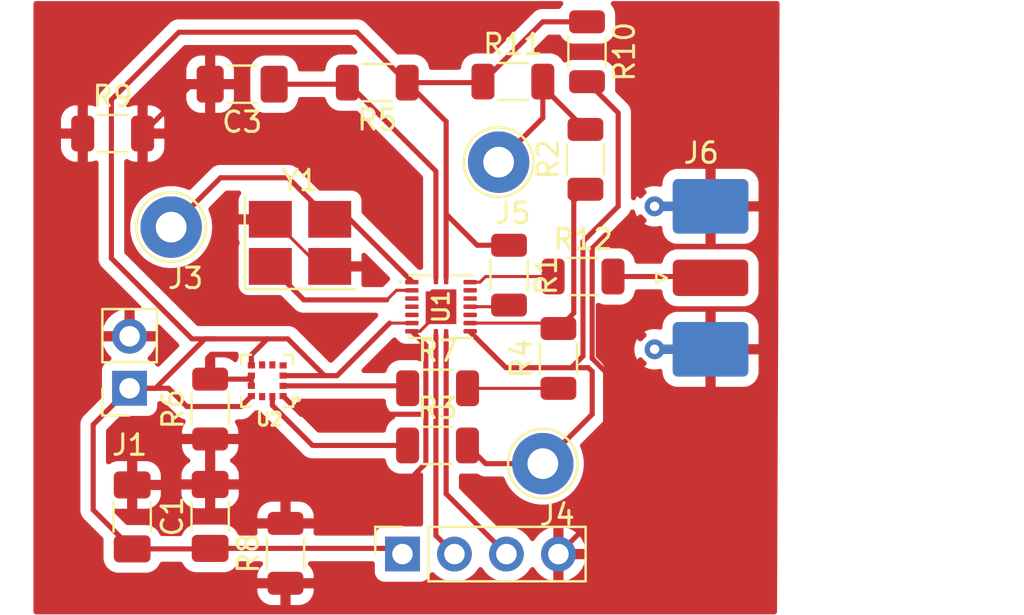
<source format=kicad_pcb>
(kicad_pcb (version 20241229) (generator "pcbnew") (generator_version "9.0")
  (layers (0 "F.Cu" signal) (2 "B.Cu" signal) (13 "F.Paste" user) (15 "B.Paste" user) (5 "F.SilkS" user "F.Silkscreen") (7 "B.SilkS" user "B.Silkscreen") (1 "F.Mask" user) (3 "B.Mask" user) (25 "Edge.Cuts" user))
  (net 0 "")
  (net 1 "RF_TX")
  (net 2 "GND")
  (net 3 "VCC")
  (net 4 "Net-(U1-EN)")
  (net 5 "UART_TX")
  (net 6 "UART_RX")
  (net 7 "I2C_SCL")
  (net 8 "I2C_SDA")
  (net 9 "XO_N")
  (net 10 "XO_P")
  (footprint "Resistor_SMD:R_1206_3216Metric" (layer "F.Cu") (at 103.9368 32.1203 90)
    (property "Reference" "R2" (at 0 -1.82 90) (layer "F.SilkS"))
    (property "Value" "0")
    (fp_line (start -0.727064 -0.91) (end 0.727064 -0.91) (stroke (width 0.12)) (layer "F.SilkS"))
    (fp_line (start -0.727064 0.91) (end 0.727064 0.91) (stroke (width 0.12)) (layer "F.SilkS"))
    (pad "1" smd roundrect (at -1.4625 0 90) (size 1.125 1.75) (layers "F.Cu" "F.Mask" "F.Paste") (roundrect_rratio 0.222222) (net 8 "I2C_SDA"))
    (pad "2" smd roundrect (at 1.4625 0 90) (size 1.125 1.75) (layers "F.Cu" "F.Mask" "F.Paste") (roundrect_rratio 0.222222) (net 8 "I2C_SDA"))
  )
  (footprint "Resistor_SMD:R_1206_3216Metric" (layer "F.Cu") (at 93.7645 28.3718 180)
    (property "Reference" "R5" (at 0 -1.82 0) (layer "F.SilkS"))
    (property "Value" "10k")
    (fp_line (start -0.727064 0.91) (end 0.727064 0.91) (stroke (width 0.12)) (layer "F.SilkS"))
    (fp_line (start -0.727064 -0.91) (end 0.727064 -0.91) (stroke (width 0.12)) (layer "F.SilkS"))
    (pad "1" smd roundrect (at -1.4625 0 180) (size 1.125 1.75) (layers "F.Cu" "F.Mask" "F.Paste") (roundrect_rratio 0.222222) (net 3 "VCC"))
    (pad "2" smd roundrect (at 1.4625 0 180) (size 1.125 1.75) (layers "F.Cu" "F.Mask" "F.Paste") (roundrect_rratio 0.222222) (net 4 "Net-(U1-EN)"))
  )
  (footprint "Crystal:Crystal_SMD_3225-4Pin_3.2x2.5mm_HandSoldering" (layer "F.Cu") (at 89.99 36.202)
    (property "Reference" "Y1" (at 0 -3.05 0) (layer "F.SilkS"))
    (property "Value" "Crystal_GND24" (hide yes))
    (fp_line (start -2.7 -2.25) (end -2.7 2.25) (stroke (width 0.12)) (layer "F.SilkS"))
    (fp_line (start -2.7 2.25) (end 2.7 2.25) (stroke (width 0.12)) (layer "F.SilkS"))
    (pad "1" smd rect (at -1.45 1.15) (size 2.1 1.8) (layers "F.Cu" "F.Mask" "F.Paste") (net 10 "XO_P"))
    (pad "2" smd rect (at 1.45 1.15) (size 2.1 1.8) (layers "F.Cu" "F.Mask" "F.Paste") (net 2 "GND"))
    (pad "3" smd rect (at 1.45 -1.15) (size 2.1 1.8) (layers "F.Cu" "F.Mask" "F.Paste") (net 9 "XO_N"))
    (pad "4" smd rect (at -1.45 -1.15) (size 2.1 1.8) (layers "F.Cu" "F.Mask" "F.Paste") (net 2 "GND"))
  )
  (footprint "TestPoint:TestPoint_Loop_D2.54mm_Drill1.5mm_Beaded" (layer "F.Cu") (at 83.693 35.433)
    (property "Reference" "J3" (at 0.7 2.5 0) (layer "F.SilkS"))
    (property "Value" "Conn_01x01_Socket" (hide yes))
    (fp_circle (center 0 0) (end 1.7 0) (stroke (width 0.12)) (fill no) (layer "F.SilkS"))
    (pad "1" thru_hole circle (at 0 0) (size 3 3) (drill 1.5) (layers "*.Cu" "*.Mask") (net 9 "XO_N"))
  )
  (footprint "Connector_Coaxial:SMA_Molex_73251-2120_EdgeMount_Horizontal" (layer "F.Cu") (at 110.3 37.9095)
    (property "Reference" "J6" (at -0.705 -6.1 0) (layer "F.SilkS"))
    (property "Value" "Conn_Coaxial")
    (fp_line (start -0.25 -3.4925) (end -2.985 -3.4925) (stroke (width 0.46)) (layer "F.Cu"))
    (fp_line (start -0.25 3.4925) (end -2.985 3.4925) (stroke (width 0.46)) (layer "F.Cu"))
    (fp_line (start -0.25 -3.4925) (end -2.985 -3.4925) (stroke (width 0.46)) (layer "B.Cu"))
    (fp_line (start -0.25 3.4925) (end -2.985 3.4925) (stroke (width 0.46)) (layer "B.Cu"))
    (fp_line (start -2.9 -0.25) (end -2.9 0.25) (stroke (width 0.12)) (layer "F.SilkS"))
    (fp_line (start -2.9 0.25) (end -2.4 0) (stroke (width 0.12)) (layer "F.SilkS"))
    (fp_line (start -2.4 0) (end -2.9 -0.25) (stroke (width 0.12)) (layer "F.SilkS"))
    (pad "1" smd roundrect (at -0.25 0) (size 3.69 1.78) (layers "F.Cu" "F.Mask" "F.Paste") (roundrect_rratio 0.1404494382) (net 1 "RF_TX"))
    (pad "2" thru_hole circle (at -2.985 -3.4925) (size 0.97 0.97) (drill 0.46) (layers "*.Cu") (net 2 "GND"))
    (pad "2" thru_hole circle (at -2.985 3.4925) (size 0.97 0.97) (drill 0.46) (layers "*.Cu") (net 2 "GND"))
    (pad "2" smd roundrect (at -0.25 -3.4925) (size 3.69 2.665) (layers "F.Cu" "F.Mask" "F.Paste") (roundrect_rratio 0.09380863039) (net 2 "GND"))
    (pad "2" smd roundrect (at -0.25 -3.4925) (size 3.69 2.665) (layers "B.Cu" "B.Mask" "B.Paste") (roundrect_rratio 0.09380863039) (net 2 "GND"))
    (pad "2" smd roundrect (at -0.25 3.4925) (size 3.69 2.665) (layers "F.Cu" "F.Mask" "F.Paste") (roundrect_rratio 0.09380863039) (net 2 "GND"))
    (pad "2" smd roundrect (at -0.25 3.4925) (size 3.69 2.665) (layers "B.Cu" "B.Mask" "B.Paste") (roundrect_rratio 0.09380863039) (net 2 "GND"))
  )
  (footprint "Connector_PinSocket_2.54mm:PinSocket_1x02_P2.54mm_Vertical" (layer "F.Cu") (at 81.661 43.307 180)
    (property "Reference" "J1" (at 0 -2.77 0) (layer "F.SilkS"))
    (property "Value" "Conn_01x02_Pin" (hide yes))
    (fp_line (start 1.33 1.27) (end 1.33 3.87) (stroke (width 0.12)) (layer "F.SilkS"))
    (fp_line (start 1.33 -1.33) (end 1.33 0) (stroke (width 0.12)) (layer "F.SilkS"))
    (fp_line (start 0 -1.33) (end 1.33 -1.33) (stroke (width 0.12)) (layer "F.SilkS"))
    (fp_line (start -1.33 3.87) (end 1.33 3.87) (stroke (width 0.12)) (layer "F.SilkS"))
    (fp_line (start -1.33 1.27) (end 1.33 1.27) (stroke (width 0.12)) (layer "F.SilkS"))
    (fp_line (start -1.33 1.27) (end -1.33 3.87) (stroke (width 0.12)) (layer "F.SilkS"))
    (pad "1" thru_hole rect (at 0 0 180) (size 1.7 1.7) (drill 1) (layers "*.Cu" "*.Mask") (net 3 "VCC"))
    (pad "2" thru_hole oval (at 0 2.54 180) (size 1.7 1.7) (drill 1) (layers "*.Cu" "*.Mask") (net 2 "GND"))
  )
  (footprint "Resistor_SMD:R_1206_3216Metric" (layer "F.Cu") (at 89.281 51.3735 90)
    (property "Reference" "R8" (at 0 -1.82 90) (layer "F.SilkS"))
    (property "Value" "0")
    (fp_line (start -0.727064 -0.91) (end 0.727064 -0.91) (stroke (width 0.12)) (layer "F.SilkS"))
    (fp_line (start -0.727064 0.91) (end 0.727064 0.91) (stroke (width 0.12)) (layer "F.SilkS"))
    (pad "1" smd roundrect (at -1.4625 0 90) (size 1.125 1.75) (layers "F.Cu" "F.Mask" "F.Paste") (roundrect_rratio 0.222222) (net 2 "GND"))
    (pad "2" smd roundrect (at 1.4625 0 90) (size 1.125 1.75) (layers "F.Cu" "F.Mask" "F.Paste") (roundrect_rratio 0.222222) (net 2 "GND"))
  )
  (footprint "BMA400:XDCR_BMA400" (layer "F.Cu") (at 88.388 42.939 180)
    (property "Reference" "U2" (at -0.108 -1.8844 0) (layer "F.SilkS") (effects (font (size 0.64 0.64))))
    (property "Value" "BMA400" (hide yes))
    (fp_line (start 1.27 1.27) (end 1.27 0.8) (stroke (width 0.127)) (layer "F.SilkS"))
    (fp_line (start 1.27 1.27) (end 0.8 1.27) (stroke (width 0.127)) (layer "F.SilkS"))
    (fp_line (start 1.27 -1.27) (end 1.27 -0.8) (stroke (width 0.127)) (layer "F.SilkS"))
    (fp_line (start 1.27 -1.27) (end 0.8 -1.27) (stroke (width 0.127)) (layer "F.SilkS"))
    (fp_line (start -1.27 1.27) (end -0.8 1.27) (stroke (width 0.127)) (layer "F.SilkS"))
    (fp_line (start -1.27 1.27) (end -1.27 0.8) (stroke (width 0.127)) (layer "F.SilkS"))
    (fp_line (start -1.27 -1.27) (end -0.8 -1.27) (stroke (width 0.127)) (layer "F.SilkS"))
    (fp_line (start -1.27 -1.27) (end -1.27 -0.8) (stroke (width 0.127)) (layer "F.SilkS"))
    (fp_circle (center -1.5 -0.9) (end -1.425 -0.9) (stroke (width 0.15)) (fill no) (layer "F.SilkS"))
    (pad "1" smd rect (at -0.775 -0.75 180) (size 0.35 0.3) (layers "F.Cu") (net 2 "GND"))
    (pad "2" smd rect (at -0.775 -0.25 180) (size 0.35 0.3) (layers "F.Cu") (net 8 "I2C_SDA"))
    (pad "3" smd rect (at -0.775 0.25 180) (size 0.35 0.3) (layers "F.Cu") (net 3 "VCC"))
    (pad "4" smd rect (at -0.775 0.75 180) (size 0.35 0.3) (layers "F.Cu"))
    (pad "5" smd rect (at -0.25 0.775 180) (size 0.3 0.35) (layers "F.Cu"))
    (pad "6" smd rect (at 0.25 0.775 180) (size 0.3 0.35) (layers "F.Cu"))
    (pad "7" smd rect (at 0.775 0.75 180) (size 0.35 0.3) (layers "F.Cu") (net 3 "VCC"))
    (pad "8" smd rect (at 0.775 0.25 180) (size 0.35 0.3) (layers "F.Cu") (net 2 "GND"))
    (pad "9" smd rect (at 0.775 -0.25 180) (size 0.35 0.3) (layers "F.Cu") (net 2 "GND"))
    (pad "10" smd rect (at 0.775 -0.75 180) (size 0.35 0.3) (layers "F.Cu") (net 3 "VCC"))
    (pad "11" smd rect (at 0.25 -0.775 180) (size 0.3 0.35) (layers "F.Cu"))
    (pad "12" smd rect (at -0.25 -0.775 180) (size 0.3 0.35) (layers "F.Cu") (net 7 "I2C_SCL"))
    (zone (net 0) (net_name "") (layer "F.Cu") (connect_pads (clearance 0)) (min_thickness 0.01)
      (keepout (tracks not_allowed) (vias not_allowed) (pads not_allowed) (copperpour not_allowed) (footprints allowed))
      (fill (thermal_gap 0.508) (thermal_bridge_width 0.508))
      (polygon (pts (xy 88.863 43.414) (xy 87.913 43.414) (xy 87.913 42.464) (xy 88.863 42.464)))
    )
  )
  (footprint "Resistor_SMD:R_1206_3216Metric" (layer "F.Cu") (at 102.616 41.8485 90)
    (property "Reference" "R4" (at 0 -1.82 90) (layer "F.SilkS"))
    (property "Value" "0")
    (fp_line (start -0.727064 -0.91) (end 0.727064 -0.91) (stroke (width 0.12)) (layer "F.SilkS"))
    (fp_line (start -0.727064 0.91) (end 0.727064 0.91) (stroke (width 0.12)) (layer "F.SilkS"))
    (pad "1" smd roundrect (at -1.4625 0 90) (size 1.125 1.75) (layers "F.Cu" "F.Mask" "F.Paste") (roundrect_rratio 0.222222) (net 8 "I2C_SDA"))
    (pad "2" smd roundrect (at 1.4625 0 90) (size 1.125 1.75) (layers "F.Cu" "F.Mask" "F.Paste") (roundrect_rratio 0.222222) (net 8 "I2C_SDA"))
  )
  (footprint "Capacitor_SMD:C_1206_3216Metric_Pad1.33x1.80mm_HandSolder" (layer "F.Cu") (at 81.788 49.5931 90)
    (property "Reference" "C2" (hide yes))
    (property "Value" "0.1uF")
    (fp_line (start -0.711252 -0.91) (end 0.711252 -0.91) (stroke (width 0.12)) (layer "F.SilkS"))
    (fp_line (start -0.711252 0.91) (end 0.711252 0.91) (stroke (width 0.12)) (layer "F.SilkS"))
    (pad "1" smd roundrect (at -1.5625 0 90) (size 1.325 1.8) (layers "F.Cu" "F.Mask" "F.Paste") (roundrect_rratio 0.188679) (net 3 "VCC"))
    (pad "2" smd roundrect (at 1.5625 0 90) (size 1.325 1.8) (layers "F.Cu" "F.Mask" "F.Paste") (roundrect_rratio 0.188679) (net 2 "GND"))
  )
  (footprint "TestPoint:TestPoint_Loop_D2.54mm_Drill1.5mm_Beaded" (layer "F.Cu") (at 99.695 32.258)
    (property "Reference" "J5" (at 0.7 2.5 0) (layer "F.SilkS"))
    (property "Value" "Conn_01x01_Socket" (hide yes))
    (fp_circle (center 0 0) (end 1.7 0) (stroke (width 0.12)) (fill no) (layer "F.SilkS"))
    (pad "1" thru_hole circle (at 0 0) (size 3 3) (drill 1.5) (layers "*.Cu" "*.Mask") (net 8 "I2C_SDA"))
  )
  (footprint "Resistor_SMD:R_1206_3216Metric" (layer "F.Cu") (at 96.7085 46.101)
    (property "Reference" "R3" (at 0 -1.82 0) (layer "F.SilkS"))
    (property "Value" "0")
    (fp_line (start -0.727064 -0.91) (end 0.727064 -0.91) (stroke (width 0.12)) (layer "F.SilkS"))
    (fp_line (start -0.727064 0.91) (end 0.727064 0.91) (stroke (width 0.12)) (layer "F.SilkS"))
    (pad "1" smd roundrect (at -1.4625 0) (size 1.125 1.75) (layers "F.Cu" "F.Mask" "F.Paste") (roundrect_rratio 0.222222) (net 7 "I2C_SCL"))
    (pad "2" smd roundrect (at 1.4625 0) (size 1.125 1.75) (layers "F.Cu" "F.Mask" "F.Paste") (roundrect_rratio 0.222222) (net 7 "I2C_SCL"))
  )
  (footprint "TestPoint:TestPoint_Loop_D2.54mm_Drill1.5mm_Beaded" (layer "F.Cu") (at 101.854 46.99)
    (property "Reference" "J4" (at 0.7 2.5 0) (layer "F.SilkS"))
    (property "Value" "Conn_01x01_Socket" (hide yes))
    (fp_circle (center 0 0) (end 1.7 0) (stroke (width 0.12)) (fill no) (layer "F.SilkS"))
    (pad "1" thru_hole circle (at 0 0) (size 3 3) (drill 1.5) (layers "*.Cu" "*.Mask") (net 7 "I2C_SCL"))
  )
  (footprint "IN100:QFN19P40_300X300X80L35X20T170X150N" (layer "F.Cu") (at 96.8796 39.3218 -90)
    (property "Reference" "U1" (at 0 0 90) (layer "F.SilkS") (effects (font (size 0.787402 0.787402))))
    (property "Value" "~")
    (fp_line (start -1.53 1.53) (end -1.53 1.53) (stroke (width 0.12)) (layer "F.SilkS"))
    (fp_line (start 1.53 1.53) (end 1.53 1.53) (stroke (width 0.12)) (layer "F.SilkS"))
    (fp_line (start 1.53 1.53) (end 1.53 0.49) (stroke (width 0.12)) (layer "F.SilkS"))
    (fp_line (start -1.53 0.49) (end -1.53 1.53) (stroke (width 0.12)) (layer "F.SilkS"))
    (fp_line (start 1.53 -0.49) (end 1.53 -1.53) (stroke (width 0.12)) (layer "F.SilkS"))
    (fp_line (start -1.53 -1.53) (end -1.53 -0.49) (stroke (width 0.12)) (layer "F.SilkS"))
    (fp_line (start -1.53 -1.53) (end -1.53 -1.53) (stroke (width 0.12)) (layer "F.SilkS"))
    (fp_line (start 1.53 -1.53) (end 1.53 -1.53) (stroke (width 0.12)) (layer "F.SilkS"))
    (fp_circle (center -1.2 1.98) (end -1.1 1.98) (fill yes) (layer "F.SilkS"))
    (pad "1" smd roundrect (at -1.2 1.425 270) (size 0.22 0.66) (layers "F.Cu" "F.Mask" "F.Paste") (roundrect_rratio 0.275) (net 9 "XO_N"))
    (pad "2" smd roundrect (at -0.8 1.425 270) (size 0.22 0.66) (layers "F.Cu" "F.Mask" "F.Paste") (roundrect_rratio 0.275) (net 10 "XO_P"))
    (pad "3" smd roundrect (at -0.4 1.425 270) (size 0.22 0.66) (layers "F.Cu" "F.Mask" "F.Paste") (roundrect_rratio 0.275))
    (pad "4" smd roundrect (at 0 1.425 270) (size 0.22 0.66) (layers "F.Cu" "F.Mask" "F.Paste") (roundrect_rratio 0.275))
    (pad "5" smd roundrect (at 0.4 1.425 270) (size 0.22 0.66) (layers "F.Cu" "F.Mask" "F.Paste") (roundrect_rratio 0.275))
    (pad "6" smd roundrect (at 0.8 1.425 270) (size 0.22 0.66) (layers "F.Cu" "F.Mask" "F.Paste") (roundrect_rratio 0.275) (net 3 "VCC"))
    (pad "7" smd roundrect (at 1.2 1.425 270) (size 0.22 0.66) (layers "F.Cu" "F.Mask" "F.Paste") (roundrect_rratio 0.275) (net 2 "GND"))
    (pad "8" smd roundrect (at 1.42 0.25 270) (size 0.66 0.22) (layers "F.Cu" "F.Mask" "F.Paste") (roundrect_rratio 0.275) (net 6 "UART_RX"))
    (pad "9" smd roundrect (at 1.425 -0.25 270) (size 0.66 0.22) (layers "F.Cu" "F.Mask" "F.Paste") (roundrect_rratio 0.275) (net 5 "UART_TX"))
    (pad "10" smd roundrect (at 1.2 -1.425 270) (size 0.22 0.66) (layers "F.Cu" "F.Mask" "F.Paste") (roundrect_rratio 0.275) (net 7 "I2C_SCL"))
    (pad "11" smd roundrect (at 0.8 -1.425 270) (size 0.22 0.66) (layers "F.Cu" "F.Mask" "F.Paste") (roundrect_rratio 0.275) (net 8 "I2C_SDA"))
    (pad "12" smd roundrect (at 0.4 -1.425 270) (size 0.22 0.66) (layers "F.Cu" "F.Mask" "F.Paste") (roundrect_rratio 0.275))
    (pad "13" smd roundrect (at 0 -1.425 270) (size 0.22 0.66) (layers "F.Cu" "F.Mask" "F.Paste") (roundrect_rratio 0.275) (net 3 "VCC"))
    (pad "14" smd roundrect (at -0.4 -1.425 270) (size 0.22 0.66) (layers "F.Cu" "F.Mask" "F.Paste") (roundrect_rratio 0.275))
    (pad "15" smd roundrect (at -0.8 -1.425 270) (size 0.22 0.66) (layers "F.Cu" "F.Mask" "F.Paste") (roundrect_rratio 0.275))
    (pad "16" smd roundrect (at -1.2 -1.425 270) (size 0.22 0.66) (layers "F.Cu" "F.Mask" "F.Paste") (roundrect_rratio 0.275) (net 1 "RF_TX"))
    (pad "17" smd roundrect (at -1.425 -0.25 270) (size 0.66 0.22) (layers "F.Cu" "F.Mask" "F.Paste") (roundrect_rratio 0.275) (net 3 "VCC"))
    (pad "18" smd roundrect (at -1.425 0.25 270) (size 0.66 0.22) (layers "F.Cu" "F.Mask" "F.Paste") (roundrect_rratio 0.275) (net 4 "Net-(U1-EN)"))
    (pad "19" smd custom (at 0 0 270) (size 1.5 1.5) (layers "F.Cu") (net 2 "GND") (options (clearance outline) (anchor rect)) (primitives (gr_poly (pts (xy -0.849 -0.749) (xy 0.849 -0.749) (xy 0.849 0.749) (xy -0.55 0.749) (xy -0.849 0.45)) (width 0.002) (fill yes))))
  )
  (footprint "Capacitor_SMD:C_1206_3216Metric_Pad1.33x1.80mm_HandSolder" (layer "F.Cu") (at 85.598 49.5685 90)
    (property "Reference" "C1" (at 0 -1.85 90) (layer "F.SilkS"))
    (property "Value" "10uF")
    (fp_line (start -0.711252 -0.91) (end 0.711252 -0.91) (stroke (width 0.12)) (layer "F.SilkS"))
    (fp_line (start -0.711252 0.91) (end 0.711252 0.91) (stroke (width 0.12)) (layer "F.SilkS"))
    (pad "1" smd roundrect (at -1.5625 0 90) (size 1.325 1.8) (layers "F.Cu" "F.Mask" "F.Paste") (roundrect_rratio 0.188679) (net 3 "VCC"))
    (pad "2" smd roundrect (at 1.5625 0 90) (size 1.325 1.8) (layers "F.Cu" "F.Mask" "F.Paste") (roundrect_rratio 0.188679) (net 2 "GND"))
  )
  (footprint "Resistor_SMD:R_1206_3216Metric" (layer "F.Cu") (at 100.203 37.7805 -90)
    (property "Reference" "R1" (at 0 -1.82 90) (layer "F.SilkS"))
    (property "Value" "0")
    (fp_line (start -0.727064 0.91) (end 0.727064 0.91) (stroke (width 0.12)) (layer "F.SilkS"))
    (fp_line (start -0.727064 -0.91) (end 0.727064 -0.91) (stroke (width 0.12)) (layer "F.SilkS"))
    (pad "1" smd roundrect (at -1.4625 0 270) (size 1.125 1.75) (layers "F.Cu" "F.Mask" "F.Paste") (roundrect_rratio 0.222222) (net 3 "VCC"))
    (pad "2" smd roundrect (at 1.4625 0 270) (size 1.125 1.75) (layers "F.Cu" "F.Mask" "F.Paste") (roundrect_rratio 0.222222) (net 3 "VCC"))
  )
  (footprint "Resistor_SMD:R_1206_3216Metric" (layer "F.Cu") (at 103.8205 37.846)
    (property "Reference" "R12" (at 0 -1.82 0) (layer "F.SilkS"))
    (property "Value" "0")
    (fp_line (start -0.727064 -0.91) (end 0.727064 -0.91) (stroke (width 0.12)) (layer "F.SilkS"))
    (fp_line (start -0.727064 0.91) (end 0.727064 0.91) (stroke (width 0.12)) (layer "F.SilkS"))
    (pad "1" smd roundrect (at -1.4625 0) (size 1.125 1.75) (layers "F.Cu" "F.Mask" "F.Paste") (roundrect_rratio 0.222222) (net 1 "RF_TX"))
    (pad "2" smd roundrect (at 1.4625 0) (size 1.125 1.75) (layers "F.Cu" "F.Mask" "F.Paste") (roundrect_rratio 0.222222) (net 1 "RF_TX"))
  )
  (footprint "Resistor_SMD:R_1206_3216Metric" (layer "F.Cu") (at 80.8335 30.861)
    (property "Reference" "R9" (at 0 -1.82 0) (layer "F.SilkS"))
    (property "Value" "0")
    (fp_line (start -0.727064 -0.91) (end 0.727064 -0.91) (stroke (width 0.12)) (layer "F.SilkS"))
    (fp_line (start -0.727064 0.91) (end 0.727064 0.91) (stroke (width 0.12)) (layer "F.SilkS"))
    (pad "1" smd roundrect (at -1.4625 0) (size 1.125 1.75) (layers "F.Cu" "F.Mask" "F.Paste") (roundrect_rratio 0.222222) (net 2 "GND"))
    (pad "2" smd roundrect (at 1.4625 0) (size 1.125 1.75) (layers "F.Cu" "F.Mask" "F.Paste") (roundrect_rratio 0.222222) (net 2 "GND"))
  )
  (footprint "Resistor_SMD:R_1206_3216Metric" (layer "F.Cu") (at 85.598 44.323 90)
    (property "Reference" "R6" (at 0 -1.82 90) (layer "F.SilkS"))
    (property "Value" "0")
    (fp_line (start -0.727064 -0.91) (end 0.727064 -0.91) (stroke (width 0.12)) (layer "F.SilkS"))
    (fp_line (start -0.727064 0.91) (end 0.727064 0.91) (stroke (width 0.12)) (layer "F.SilkS"))
    (pad "1" smd roundrect (at -1.4625 0 90) (size 1.125 1.75) (layers "F.Cu" "F.Mask" "F.Paste") (roundrect_rratio 0.222222) (net 2 "GND"))
    (pad "2" smd roundrect (at 1.4625 0 90) (size 1.125 1.75) (layers "F.Cu" "F.Mask" "F.Paste") (roundrect_rratio 0.222222) (net 2 "GND"))
  )
  (footprint "Resistor_SMD:R_1206_3216Metric" (layer "F.Cu") (at 96.7125 43.307)
    (property "Reference" "R7" (at 0 -1.82 0) (layer "F.SilkS"))
    (property "Value" "0")
    (fp_line (start -0.727064 -0.91) (end 0.727064 -0.91) (stroke (width 0.12)) (layer "F.SilkS"))
    (fp_line (start -0.727064 0.91) (end 0.727064 0.91) (stroke (width 0.12)) (layer "F.SilkS"))
    (pad "1" smd roundrect (at -1.4625 0) (size 1.125 1.75) (layers "F.Cu" "F.Mask" "F.Paste") (roundrect_rratio 0.222222) (net 8 "I2C_SDA"))
    (pad "2" smd roundrect (at 1.4625 0) (size 1.125 1.75) (layers "F.Cu" "F.Mask" "F.Paste") (roundrect_rratio 0.222222) (net 8 "I2C_SDA"))
  )
  (footprint "Capacitor_SMD:C_1206_3216Metric_Pad1.33x1.80mm_HandSolder" (layer "F.Cu") (at 87.1605 28.448 180)
    (property "Reference" "C3" (at 0 -1.85 0) (layer "F.SilkS"))
    (property "Value" "0.1uF")
    (fp_line (start -0.711252 0.91) (end 0.711252 0.91) (stroke (width 0.12)) (layer "F.SilkS"))
    (fp_line (start -0.711252 -0.91) (end 0.711252 -0.91) (stroke (width 0.12)) (layer "F.SilkS"))
    (pad "1" smd roundrect (at -1.5625 0 180) (size 1.325 1.8) (layers "F.Cu" "F.Mask" "F.Paste") (roundrect_rratio 0.188679) (net 4 "Net-(U1-EN)"))
    (pad "2" smd roundrect (at 1.5625 0 180) (size 1.325 1.8) (layers "F.Cu" "F.Mask" "F.Paste") (roundrect_rratio 0.188679) (net 2 "GND"))
  )
  (footprint "Resistor_SMD:R_1206_3216Metric" (layer "F.Cu") (at 104.013 26.8625 -90)
    (property "Reference" "R10" (at 0 -1.82 90) (layer "F.SilkS"))
    (property "Value" "2k2")
    (fp_line (start -0.727064 0.91) (end 0.727064 0.91) (stroke (width 0.12)) (layer "F.SilkS"))
    (fp_line (start -0.727064 -0.91) (end 0.727064 -0.91) (stroke (width 0.12)) (layer "F.SilkS"))
    (pad "1" smd roundrect (at -1.4625 0 270) (size 1.125 1.75) (layers "F.Cu" "F.Mask" "F.Paste") (roundrect_rratio 0.222222) (net 3 "VCC"))
    (pad "2" smd roundrect (at 1.4625 0 270) (size 1.125 1.75) (layers "F.Cu" "F.Mask" "F.Paste") (roundrect_rratio 0.222222) (net 7 "I2C_SCL"))
  )
  (footprint "Resistor_SMD:R_1206_3216Metric" (layer "F.Cu") (at 100.3915 28.321)
    (property "Reference" "R11" (at 0 -1.82 0) (layer "F.SilkS"))
    (property "Value" "2k2")
    (fp_line (start -0.727064 -0.91) (end 0.727064 -0.91) (stroke (width 0.12)) (layer "F.SilkS"))
    (fp_line (start -0.727064 0.91) (end 0.727064 0.91) (stroke (width 0.12)) (layer "F.SilkS"))
    (pad "1" smd roundrect (at -1.4625 0) (size 1.125 1.75) (layers "F.Cu" "F.Mask" "F.Paste") (roundrect_rratio 0.222222) (net 3 "VCC"))
    (pad "2" smd roundrect (at 1.4625 0) (size 1.125 1.75) (layers "F.Cu" "F.Mask" "F.Paste") (roundrect_rratio 0.222222) (net 8 "I2C_SDA"))
  )
  (footprint "Connector_PinSocket_2.54mm:PinSocket_1x04_P2.54mm_Vertical" (layer "F.Cu") (at 94.996 51.4096 90)
    (property "Reference" "J2" (hide yes))
    (property "Value" "Conn_01x04_Socket" (hide yes))
    (fp_line (start 1.33 -1.33) (end 1.33 0) (stroke (width 0.12)) (layer "F.SilkS"))
    (fp_line (start 0 -1.33) (end 1.33 -1.33) (stroke (width 0.12)) (layer "F.SilkS"))
    (fp_line (start 1.33 1.27) (end 1.33 8.95) (stroke (width 0.12)) (layer "F.SilkS"))
    (fp_line (start -1.33 1.27) (end 1.33 1.27) (stroke (width 0.12)) (layer "F.SilkS"))
    (fp_line (start -1.33 1.27) (end -1.33 8.95) (stroke (width 0.12)) (layer "F.SilkS"))
    (fp_line (start -1.33 8.95) (end 1.33 8.95) (stroke (width 0.12)) (layer "F.SilkS"))
    (pad "1" thru_hole rect (at 0 0 90) (size 1.7 1.7) (drill 1) (layers "*.Cu" "*.Mask") (net 3 "VCC"))
    (pad "2" thru_hole oval (at 0 2.54 90) (size 1.7 1.7) (drill 1) (layers "*.Cu" "*.Mask") (net 6 "UART_RX"))
    (pad "3" thru_hole oval (at 0 5.08 90) (size 1.7 1.7) (drill 1) (layers "*.Cu" "*.Mask") (net 5 "UART_TX"))
    (pad "4" thru_hole oval (at 0 7.62 90) (size 1.7 1.7) (drill 1) (layers "*.Cu" "*.Mask") (net 2 "GND"))
  )
  (segment (start 102.358 37.846) (end 99.06 37.846) (width 0.15) (layer "F.Cu") (net 1))
  (segment (start 109.9865 37.846) (end 110.05 37.9095) (width 0.25) (layer "F.Cu") (net 1))
  (segment (start 99.06 37.846) (end 98.7842 38.1218) (width 0.15) (layer "F.Cu") (net 1))
  (segment (start 105.41 37.973) (end 105.283 37.846) (width 0.25) (layer "F.Cu") (net 1))
  (segment (start 105.283 37.846) (end 109.9865 37.846) (width 0.25) (layer "F.Cu") (net 1))
  (segment (start 102.0822 38.1218) (end 102.358 37.846) (width 0.15) (layer "F.Cu") (net 1))
  (segment (start 98.7842 38.1218) (end 98.3046 38.1218) (width 0.15) (layer "F.Cu") (net 1))
  (segment (start 88.54 35.052) (end 88.646 35.052) (width 0.15) (layer "F.Cu") (net 2))
  (segment (start 89.163 43.689) (end 90.051 44.577) (width 0.25) (layer "F.Cu") (net 2))
  (segment (start 95.85116 40.5218) (end 96.8796 39.49336) (width 0.15) (layer "F.Cu") (net 2))
  (segment (start 85.598 42.8605) (end 87.4415 42.8605) (width 0.25) (layer "F.Cu") (net 2))
  (segment (start 104.920986 35.814) (end 104.267 36.467986) (width 0.25) (layer "F.Cu") (net 2))
  (segment (start 82.296 30.861) (end 84.709 28.448) (width 0.25) (layer "F.Cu") (net 2))
  (segment (start 90.051 44.577) (end 96.1385 44.577) (width 0.25) (layer "F.Cu") (net 2))
  (segment (start 95.100014 48.006) (end 96.1385 46.967514) (width 0.25) (layer "F.Cu") (net 2))
  (segment (start 95.4546 40.5218) (end 95.85116 40.5218) (width 0.15) (layer "F.Cu") (net 2))
  (segment (start 96.1385 41.2057) (end 95.4906 40.5578) (width 0.25) (layer "F.Cu") (net 2))
  (segment (start 85.5734 48.0306) (end 85.598 48.006) (width 0.25) (layer "F.Cu") (net 2))
  (segment (start 88.99 35.052) (end 88.54 35.052) (width 0.15) (layer "F.Cu") (net 2))
  (segment (start 87.4415 42.8605) (end 87.613 42.689) (width 0.25) (layer "F.Cu") (net 2))
  (segment (start 104.922 42.5059) (end 104.922 49.1036) (width 0.25) (layer "F.Cu") (net 2))
  (segment (start 96.8796 39.49336) (end 96.8796 39.3218) (width 0.15) (layer "F.Cu") (net 2))
  (segment (start 88.54 35.052) (end 88.69 35.052) (width 0.15) (layer "F.Cu") (net 2))
  (segment (start 87.613 42.689) (end 87.613 43.189) (width 0.25) (layer "F.Cu") (net 2))
  (segment (start 104.267 36.467986) (end 104.267 41.8509) (width 0.25) (layer "F.Cu") (net 2))
  (segment (start 104.267 41.8509) (end 104.922 42.5059) (width 0.25) (layer "F.Cu") (net 2))
  (segment (start 85.598 48.006) (end 95.100014 48.006) (width 0.25) (layer "F.Cu") (net 2))
  (segment (start 90.946 37.352) (end 91.44 37.352) (width 0.15) (layer "F.Cu") (net 2))
  (segment (start 81.6548 48.1638) (end 81.788 48.0306) (width 0.25) (layer "F.Cu") (net 2))
  (segment (start 96.1385 46.967514) (end 96.1385 44.577) (width 0.25) (layer "F.Cu") (net 2))
  (segment (start 96.1385 44.577) (end 96.1385 41.2057) (width 0.25) (layer "F.Cu") (net 2))
  (segment (start 88.54 35.052) (end 87.63 35.052) (width 0.25) (layer "F.Cu") (net 2))
  (segment (start 104.922 49.1036) (end 102.616 51.4096) (width 0.25) (layer "F.Cu") (net 2))
  (segment (start 88.646 35.052) (end 90.946 37.352) (width 0.15) (layer "F.Cu") (net 2))
  (segment (start 84.709 28.448) (end 85.598 28.448) (width 0.25) (layer "F.Cu") (net 2))
  (segment (start 98.3046 39.3218) (end 99.7432 39.3218) (width 0.15) (layer "F.Cu") (net 3))
  (segment (start 84.074 25.908) (end 92.7632 25.908) (width 0.25) (layer "F.Cu") (net 3))
  (segment (start 97.1296 34.798) (end 97.1296 30.2744) (width 0.25) (layer "F.Cu") (net 3))
  (segment (start 80.772 29.21) (end 84.074 25.908) (width 0.25) (layer "F.Cu") (net 3))
  (segment (start 84.459 44.2) (end 83.566 43.307) (width 0.25) (layer "F.Cu") (net 3))
  (segment (start 88.392 40.894) (end 89.391 40.894) (width 0.25) (layer "F.Cu") (net 3))
  (segment (start 88.0745 41.2115) (end 88.392 40.894) (width 0.25) (layer "F.Cu") (net 3))
  (segment (start 87.102 44.2) (end 87.613 43.689) (width 0.25) (layer "F.Cu") (net 3))
  (segment (start 89.163 42.689) (end 91.186 42.689) (width 0.25) (layer "F.Cu") (net 3))
  (segment (start 98.8782 28.3718) (end 98.929 28.321) (width 0.25) (layer "F.Cu") (net 3))
  (segment (start 97.1296 30.2744) (end 95.227 28.3718) (width 0.25) (layer "F.Cu") (net 3))
  (segment (start 87.613 42.189) (end 87.613 41.673) (width 0.25) (layer "F.Cu") (net 3))
  (segment (start 85.852 40.894) (end 88.392 40.894) (width 0.25) (layer "F.Cu") (net 3))
  (segment (start 80.772 36.957) (end 80.772 29.21) (width 0.25) (layer "F.Cu") (net 3))
  (segment (start 79.883 45.085) (end 79.883 49.2506) (width 0.25) (layer "F.Cu") (net 3))
  (segment (start 101.85 25.4) (end 104.013 25.4) (width 0.25) (layer "F.Cu") (net 3))
  (segment (start 87.102 44.2) (end 84.459 44.2) (width 0.25) (layer "F.Cu") (net 3))
  (segment (start 81.661 43.307) (end 79.883 45.085) (width 0.25) (layer "F.Cu") (net 3))
  (segment (start 85.598 51.131) (end 94.7174 51.131) (width 0.25) (layer "F.Cu") (net 3))
  (segment (start 95.227 28.3718) (end 98.8782 28.3718) (width 0.25) (layer "F.Cu") (net 3))
  (segment (start 85.344 40.894) (end 82.931 43.307) (width 0.25) (layer "F.Cu") (net 3))
  (segment (start 83.566 43.307) (end 81.661 43.307) (width 0.25) (layer "F.Cu") (net 3))
  (segment (start 85.5734 51.1556) (end 85.598 51.131) (width 0.25) (layer "F.Cu") (net 3))
  (segment (start 99.7432 39.3218) (end 100.203 38.862) (width 0.15) (layer "F.Cu") (net 3))
  (segment (start 82.931 43.307) (end 81.661 43.307) (width 0.25) (layer "F.Cu") (net 3))
  (segment (start 84.709 40.894) (end 80.772 36.957) (width 0.25) (layer "F.Cu") (net 3))
  (segment (start 94.7174 51.131) (end 94.996 51.4096) (width 0.25) (layer "F.Cu") (net 3))
  (segment (start 97.1296 37.8968) (end 97.1296 34.798) (width 0.25) (layer "F.Cu") (net 3))
  (segment (start 87.613 41.673) (end 88.0745 41.2115) (width 0.25) (layer "F.Cu") (net 3))
  (segment (start 85.852 40.894) (end 85.344 40.894) (width 0.25) (layer "F.Cu") (net 3))
  (segment (start 91.804 42.689) (end 94.3712 40.1218) (width 0.25) (layer "F.Cu") (net 3))
  (segment (start 92.7632 25.908) (end 95.227 28.3718) (width 0.25) (layer "F.Cu") (net 3))
  (segment (start 98.929 28.321) (end 101.85 25.4) (width 0.25) (layer "F.Cu") (net 3))
  (segment (start 98.6496 36.318) (end 97.1296 34.798) (width 0.25) (layer "F.Cu") (net 3))
  (segment (start 100.203 36.318) (end 98.6496 36.318) (width 0.25) (layer "F.Cu") (net 3))
  (segment (start 89.391 40.894) (end 91.186 42.689) (width 0.25) (layer "F.Cu") (net 3))
  (segment (start 81.788 51.1556) (end 85.5734 51.1556) (width 0.25) (layer "F.Cu") (net 3))
  (segment (start 91.186 42.689) (end 91.804 42.689) (width 0.25) (layer "F.Cu") (net 3))
  (segment (start 79.883 49.2506) (end 81.788 51.1556) (width 0.25) (layer "F.Cu") (net 3))
  (segment (start 85.852 40.894) (end 84.709 40.894) (width 0.25) (layer "F.Cu") (net 3))
  (segment (start 95.4546 40.1218) (end 94.3712 40.1218) (width 0.15) (layer "F.Cu") (net 3))
  (segment (start 92.1512 28.3718) (end 92.075 28.448) (width 0.25) (layer "F.Cu") (net 4))
  (segment (start 92.302 28.3718) (end 92.1512 28.3718) (width 0.25) (layer "F.Cu") (net 4))
  (segment (start 92.075 28.448) (end 88.723 28.448) (width 0.25) (layer "F.Cu") (net 4))
  (segment (start 96.6296 37.8968) (end 96.6296 32.6994) (width 0.25) (layer "F.Cu") (net 4))
  (segment (start 96.6296 32.6994) (end 92.302 28.3718) (width 0.25) (layer "F.Cu") (net 4))
  (segment (start 97.1296 48.4632) (end 100.076 51.4096) (width 0.25) (layer "F.Cu") (net 5))
  (segment (start 97.1296 40.7468) (end 97.1296 48.4632) (width 0.25) (layer "F.Cu") (net 5))
  (segment (start 96.6296 40.7418) (end 96.6296 50.5032) (width 0.25) (layer "F.Cu") (net 6))
  (segment (start 96.6296 50.5032) (end 97.536 51.4096) (width 0.25) (layer "F.Cu") (net 6))
  (segment (start 98.171 46.101) (end 99.06 46.99) (width 0.25) (layer "F.Cu") (net 7))
  (segment (start 103.251 42.3019) (end 103.817 41.7359) (width 0.25) (layer "F.Cu") (net 7))
  (segment (start 105.537 34.417) (end 105.537 29.849) (width 0.25) (layer "F.Cu") (net 7))
  (segment (start 88.638 43.714) (end 88.638 44.141) (width 0.25) (layer "F.Cu") (net 7))
  (segment (start 103.817 41.7359) (end 103.817 36.137) (width 0.25) (layer "F.Cu") (net 7))
  (segment (start 88.638 44.141) (end 90.598 46.101) (width 0.25) (layer "F.Cu") (net 7))
  (segment (start 104.267 42.48871) (end 104.08019 42.3019) (width 0.25) (layer "F.Cu") (net 7))
  (segment (start 104.267 44.577) (end 104.267 42.48871) (width 0.25) (layer "F.Cu") (net 7))
  (segment (start 90.598 46.101) (end 95.246 46.101) (width 0.25) (layer "F.Cu") (net 7))
  (segment (start 99.06 46.99) (end 101.854 46.99) (width 0.25) (layer "F.Cu") (net 7))
  (segment (start 101.854 46.99) (end 104.267 44.577) (width 0.25) (layer "F.Cu") (net 7))
  (segment (start 103.817 36.137) (end 105.537 34.417) (width 0.25) (layer "F.Cu") (net 7))
  (segment (start 105.537 29.849) (end 104.013 28.325) (width 0.25) (layer "F.Cu") (net 7))
  (segment (start 103.251 42.3019) (end 100.0487 42.3019) (width 0.25) (layer "F.Cu") (net 7))
  (segment (start 104.08019 42.3019) (end 103.251 42.3019) (width 0.25) (layer "F.Cu") (net 7))
  (segment (start 100.0487 42.3019) (end 98.3046 40.5578) (width 0.25) (layer "F.Cu") (net 7))
  (segment (start 101.854 30.099) (end 99.695 32.258) (width 0.25) (layer "F.Cu") (net 8))
  (segment (start 103.9368 33.5828) (end 103.366 34.1536) (width 0.25) (layer "F.Cu") (net 8))
  (segment (start 103.366 39.636) (end 102.616 40.386) (width 0.25) (layer "F.Cu") (net 8))
  (segment (start 103.9368 30.6578) (end 101.854 28.575) (width 0.25) (layer "F.Cu") (net 8))
  (segment (start 98.3046 40.1218) (end 102.3518 40.1218) (width 0.15) (layer "F.Cu") (net 8))
  (segment (start 103.366 34.1536) (end 103.366 39.636) (width 0.25) (layer "F.Cu") (net 8))
  (segment (start 98.179 43.311) (end 98.175 43.307) (width 0.15) (layer "F.Cu") (net 8))
  (segment (start 95.132 43.189) (end 89.163 43.189) (width 0.25) (layer "F.Cu") (net 8))
  (segment (start 101.854 28.575) (end 101.854 28.321) (width 0.25) (layer "F.Cu") (net 8))
  (segment (start 101.854 28.321) (end 101.854 30.099) (width 0.25) (layer "F.Cu") (net 8))
  (segment (start 102.616 43.311) (end 98.179 43.311) (width 0.15) (layer "F.Cu") (net 8))
  (segment (start 95.25 43.307) (end 95.132 43.189) (width 0.25) (layer "F.Cu") (net 8))
  (segment (start 102.3518 40.1218) (end 102.616 40.386) (width 0.15) (layer "F.Cu") (net 8))
  (segment (start 86.106 33.02) (end 89.408 33.02) (width 0.25) (layer "F.Cu") (net 9))
  (segment (start 89.408 33.02) (end 91.44 35.052) (width 0.25) (layer "F.Cu") (net 9))
  (segment (start 83.693 35.433) (end 86.106 33.02) (width 0.25) (layer "F.Cu") (net 9))
  (segment (start 91.44 35.052) (end 92.4208 35.052) (width 0.25) (layer "F.Cu") (net 9))
  (segment (start 92.4208 35.052) (end 95.4546 38.0858) (width 0.25) (layer "F.Cu") (net 9))
  (segment (start 95.4546 38.5218) (end 94.7012 38.5218) (width 0.15) (layer "F.Cu") (net 10))
  (segment (start 95.4546 38.5218) (end 95.4484 38.528) (width 0.15) (layer "F.Cu") (net 10))
  (segment (start 90.177 38.989) (end 94.234 38.989) (width 0.25) (layer "F.Cu") (net 10))
  (segment (start 94.7012 38.5218) (end 94.234 38.989) (width 0.15) (layer "F.Cu") (net 10))
  (segment (start 88.54 37.352) (end 90.177 38.989) (width 0.25) (layer "F.Cu") (net 10))
  (zone (net 2) (net_name "GND") (layer "F.Cu") (connect_pads (clearance 0.5)) (min_thickness 0.25) (fill yes (thermal_gap 0.5) (thermal_bridge_width 0.5))
    (polygon (pts (xy 113.297813 54.356) (xy 113.423219 24.384) (xy 76.962 24.384) (xy 76.962 54.356)))
  )
)
</source>
